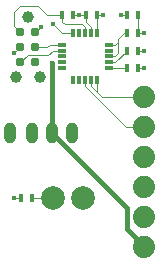
<source format=gtl>
G04*
G04 #@! TF.GenerationSoftware,Altium Limited,Altium Designer,24.5.2 (23)*
G04*
G04 Layer_Physical_Order=1*
G04 Layer_Color=255*
%FSLAX44Y44*%
%MOMM*%
G71*
G04*
G04 #@! TF.SameCoordinates,BE35229C-549D-48B9-91BF-C474063EA1A8*
G04*
G04*
G04 #@! TF.FilePolarity,Positive*
G04*
G01*
G75*
%ADD11R,0.4000X0.7000*%
%ADD12R,0.3000X0.7300*%
%ADD13R,0.7300X0.3000*%
%ADD22C,0.7874*%
%ADD23C,0.1000*%
%ADD24C,0.4000*%
%ADD25C,1.8796*%
%ADD26C,2.0000*%
%ADD27O,1.0000X1.8000*%
%ADD28C,0.9906*%
%ADD29C,0.4000*%
D11*
X210500Y55000D02*
D03*
X219500D02*
D03*
X309500Y165000D02*
D03*
X300500D02*
D03*
X309500Y210000D02*
D03*
X300500D02*
D03*
Y195000D02*
D03*
X309500D02*
D03*
X300500Y180000D02*
D03*
X309500D02*
D03*
X274500Y210000D02*
D03*
X265500D02*
D03*
X245500D02*
D03*
X254500D02*
D03*
D12*
X255000Y194650D02*
D03*
X260000D02*
D03*
X265000D02*
D03*
X270000D02*
D03*
X275000D02*
D03*
Y155350D02*
D03*
X270000D02*
D03*
X265000D02*
D03*
X260000D02*
D03*
X255000D02*
D03*
D13*
X284650Y185000D02*
D03*
Y180000D02*
D03*
Y175000D02*
D03*
Y170000D02*
D03*
Y165000D02*
D03*
X245350D02*
D03*
Y170000D02*
D03*
Y175000D02*
D03*
Y180000D02*
D03*
Y185000D02*
D03*
D22*
X222700Y170000D02*
D03*
X210000D02*
D03*
X222700Y182700D02*
D03*
X210000D02*
D03*
X222700Y195400D02*
D03*
X210000D02*
D03*
D23*
X275000Y145000D02*
X279000Y141000D01*
X315000D01*
X270000Y150000D02*
X275000Y145000D01*
X265000Y150000D02*
X299400Y115600D01*
X315000D01*
X205000Y55000D02*
X210500D01*
X219500D02*
X237300D01*
X237500Y202500D02*
X245350Y194650D01*
X255000D01*
X309500Y195000D02*
Y210000D01*
Y180000D02*
X315000D01*
X309500Y165000D02*
X315000D01*
X295000Y210000D02*
X300500D01*
X309500Y195000D02*
X315000D01*
X233750Y176250D02*
X237500Y180000D01*
X216250Y176250D02*
X233750D01*
X237500Y180000D02*
X245350D01*
X235000Y185000D02*
X245350D01*
X232700Y182700D02*
X235000Y185000D01*
X222700Y182700D02*
X232700D01*
X210000Y170000D02*
X216250Y176250D01*
X232500Y210000D02*
X245500D01*
X225000Y217500D02*
X232500Y210000D01*
X210000Y217500D02*
X225000D01*
X205000Y212500D02*
X210000Y217500D01*
X205000Y200400D02*
Y212500D01*
Y200400D02*
X210000Y195400D01*
X204800Y177500D02*
X210000Y182700D01*
X222700Y195400D02*
X227300Y200000D01*
X247500Y202500D02*
X262500D01*
X245500Y204500D02*
X247500Y202500D01*
X245500Y204500D02*
Y210000D01*
X262500Y202500D02*
X265000Y200000D01*
Y194650D02*
Y200000D01*
X275000Y194650D02*
Y209500D01*
X260000Y210000D02*
X265500D01*
X254500D02*
X260000D01*
X265500Y204500D02*
X270000Y200000D01*
X265500Y204500D02*
Y210000D01*
X270000Y194650D02*
Y200000D01*
X274500Y210000D02*
X280000D01*
X300000Y180000D02*
X300500D01*
X290000Y170000D02*
X300000Y180000D01*
X284650Y170000D02*
X290000D01*
X292500Y187500D02*
Y190000D01*
X297500Y195000D02*
X300500D01*
X292500Y190000D02*
X297500Y195000D01*
X292500Y177500D02*
Y187500D01*
X290000Y185000D02*
X292500Y187500D01*
X284650Y185000D02*
X290000D01*
Y175000D02*
X292500Y177500D01*
X284650Y175000D02*
X290000D01*
X284650Y165000D02*
X300500D01*
X265000Y150000D02*
Y155350D01*
X275000Y145000D02*
Y155350D01*
X270000Y150000D02*
Y155350D01*
D24*
X300000Y29000D02*
Y47000D01*
Y29000D02*
X315000Y14000D01*
X237000Y110000D02*
X300000Y47000D01*
X237000Y110000D02*
Y169750D01*
D25*
X315000Y14000D02*
D03*
Y39400D02*
D03*
Y64800D02*
D03*
Y90200D02*
D03*
Y115600D02*
D03*
Y141000D02*
D03*
D26*
X262700Y55000D02*
D03*
X237300D02*
D03*
D27*
X201000Y110000D02*
D03*
X254000D02*
D03*
X237000D02*
D03*
X220000D02*
D03*
D28*
X206190Y157300D02*
D03*
X226510D02*
D03*
X216350Y208100D02*
D03*
D29*
X205000Y55000D02*
D03*
X237000Y169750D02*
D03*
X237500Y202500D02*
D03*
X315000Y180000D02*
D03*
Y165000D02*
D03*
Y195000D02*
D03*
X295000Y210000D02*
D03*
X204800Y177500D02*
D03*
X227300Y200000D02*
D03*
X280000Y210000D02*
D03*
X260000D02*
D03*
M02*

</source>
